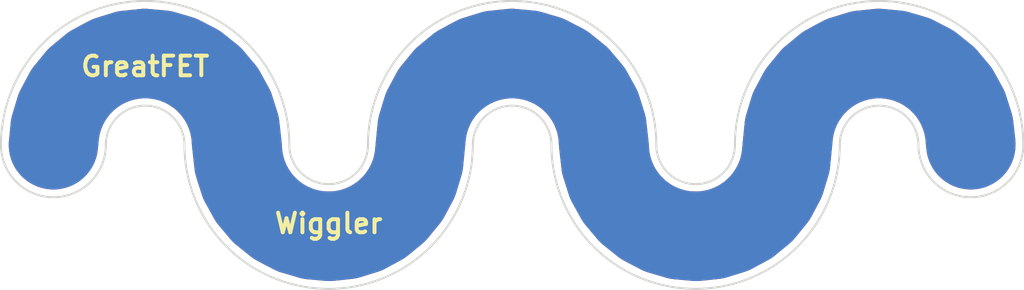
<source format=kicad_pcb>
(kicad_pcb (version 4) (host pcbnew 4.0.6)

  (general
    (links 0)
    (no_connects 0)
    (area 99.924999 88.924999 178.075001 111.075001)
    (thickness 1.6)
    (drawings 19)
    (tracks 0)
    (zones 0)
    (modules 0)
    (nets 1)
  )

  (page A4)
  (layers
    (0 F.Cu signal)
    (31 B.Cu signal)
    (32 B.Adhes user)
    (33 F.Adhes user)
    (34 B.Paste user)
    (35 F.Paste user)
    (36 B.SilkS user)
    (37 F.SilkS user)
    (38 B.Mask user)
    (39 F.Mask user)
    (40 Dwgs.User user)
    (41 Cmts.User user)
    (42 Eco1.User user)
    (43 Eco2.User user)
    (44 Edge.Cuts user)
    (45 Margin user)
    (46 B.CrtYd user)
    (47 F.CrtYd user)
    (48 B.Fab user)
    (49 F.Fab user)
  )

  (setup
    (last_trace_width 0.25)
    (trace_clearance 0.2)
    (zone_clearance 0.5)
    (zone_45_only no)
    (trace_min 0.2)
    (segment_width 0.2)
    (edge_width 0.15)
    (via_size 0.6)
    (via_drill 0.4)
    (via_min_size 0.4)
    (via_min_drill 0.3)
    (uvia_size 0.3)
    (uvia_drill 0.1)
    (uvias_allowed no)
    (uvia_min_size 0.2)
    (uvia_min_drill 0.1)
    (pcb_text_width 0.3)
    (pcb_text_size 1.5 1.5)
    (mod_edge_width 0.15)
    (mod_text_size 1 1)
    (mod_text_width 0.15)
    (pad_size 1.524 1.524)
    (pad_drill 0.762)
    (pad_to_mask_clearance 0.2)
    (aux_axis_origin 0 0)
    (visible_elements FFFFFF7F)
    (pcbplotparams
      (layerselection 0x00030_80000001)
      (usegerberextensions false)
      (excludeedgelayer true)
      (linewidth 0.200000)
      (plotframeref false)
      (viasonmask false)
      (mode 1)
      (useauxorigin false)
      (hpglpennumber 1)
      (hpglpenspeed 20)
      (hpglpendiameter 15)
      (hpglpenoverlay 2)
      (psnegative false)
      (psa4output false)
      (plotreference true)
      (plotvalue true)
      (plotinvisibletext false)
      (padsonsilk false)
      (subtractmaskfromsilk false)
      (outputformat 1)
      (mirror false)
      (drillshape 1)
      (scaleselection 1)
      (outputdirectory ""))
  )

  (net 0 "")

  (net_class Default "This is the default net class."
    (clearance 0.2)
    (trace_width 0.25)
    (via_dia 0.6)
    (via_drill 0.4)
    (uvia_dia 0.3)
    (uvia_drill 0.1)
  )

  (gr_text Wiggler (at 125 106) (layer F.SilkS)
    (effects (font (size 1.5 1.5) (thickness 0.3)))
  )
  (gr_text GreatFET (at 111 94) (layer F.SilkS)
    (effects (font (size 1.5 1.5) (thickness 0.3)))
  )
  (gr_arc (start 167 100) (end 160 100) (angle 180) (layer Cmts.User) (width 0.2))
  (gr_arc (start 153 100) (end 160 100) (angle 180) (layer Cmts.User) (width 0.2))
  (gr_arc (start 139 100) (end 132 100) (angle 180) (layer Cmts.User) (width 0.2))
  (gr_arc (start 125 100) (end 132 100) (angle 180) (layer Cmts.User) (width 0.2))
  (gr_arc (start 111 100) (end 104 100) (angle 180) (layer Cmts.User) (width 0.2))
  (gr_arc (start 174 100) (end 178 100) (angle 180) (layer Edge.Cuts) (width 0.15))
  (gr_arc (start 167 100) (end 156 100) (angle 180) (layer Edge.Cuts) (width 0.15))
  (gr_arc (start 167 100) (end 164 100) (angle 180) (layer Edge.Cuts) (width 0.15))
  (gr_arc (start 153 100) (end 164 100) (angle 180) (layer Edge.Cuts) (width 0.15))
  (gr_arc (start 153 100) (end 156 100) (angle 180) (layer Edge.Cuts) (width 0.15))
  (gr_arc (start 139 100) (end 128 100) (angle 180) (layer Edge.Cuts) (width 0.15))
  (gr_arc (start 139 100) (end 136 100) (angle 180) (layer Edge.Cuts) (width 0.15))
  (gr_arc (start 125 100) (end 136 100) (angle 180) (layer Edge.Cuts) (width 0.15))
  (gr_arc (start 125 100) (end 128 100) (angle 180) (layer Edge.Cuts) (width 0.15))
  (gr_arc (start 111 100) (end 100 100) (angle 180) (layer Edge.Cuts) (width 0.15))
  (gr_arc (start 111 100) (end 108 100) (angle 180) (layer Edge.Cuts) (width 0.15))
  (gr_arc (start 104 100) (end 108 100) (angle 180) (layer Edge.Cuts) (width 0.15))

  (zone (net 0) (net_name "") (layer B.Cu) (tstamp 5A9C1570) (hatch edge 0.508)
    (connect_pads (clearance 0.5))
    (min_thickness 6)
    (fill yes (arc_segments 32) (thermal_gap 0.5) (thermal_bridge_width 8) (smoothing fillet) (radius 0.5))
    (polygon
      (pts
        (xy 100 104) (xy 108 104) (xy 108 100) (xy 114 100) (xy 114 111)
        (xy 136 111) (xy 136 100) (xy 142 100) (xy 142 111) (xy 164 111)
        (xy 164 100) (xy 170 100) (xy 170 104) (xy 178 104) (xy 178 89)
        (xy 156 89) (xy 156 100) (xy 150 100) (xy 150 89) (xy 128 89)
        (xy 128 100) (xy 122 100) (xy 122 89) (xy 100 89)
      )
    )
    (filled_polygon
      (pts
        (xy 168.388097 92.723358) (xy 169.775032 93.131555) (xy 171.056267 93.801369) (xy 172.183006 94.707289) (xy 173.112321 95.814804)
        (xy 173.808822 97.081733) (xy 174.245978 98.459823) (xy 174.412931 99.948245) (xy 174.400089 100.079219) (xy 174.377082 100.155422)
        (xy 174.339713 100.225703) (xy 174.289401 100.287392) (xy 174.228073 100.338127) (xy 174.158048 100.375989) (xy 174.082015 100.399525)
        (xy 174.002848 100.407846) (xy 173.923576 100.400632) (xy 173.847214 100.378157) (xy 173.776673 100.341279) (xy 173.714638 100.291402)
        (xy 173.663473 100.230425) (xy 173.625126 100.160672) (xy 173.601056 100.084796) (xy 173.557646 99.697785) (xy 173.557646 99.609253)
        (xy 173.552428 99.55961) (xy 173.487163 98.977762) (xy 173.419806 98.660873) (xy 173.356861 98.342976) (xy 173.3421 98.295292)
        (xy 173.165062 97.737201) (xy 173.037426 97.439404) (xy 172.913942 97.13981) (xy 172.890201 97.095901) (xy 172.608135 96.582827)
        (xy 172.425071 96.315468) (xy 172.245768 96.045596) (xy 172.21395 96.007135) (xy 172.213947 96.00713) (xy 172.21394 96.007123)
        (xy 171.8376 95.558618) (xy 171.606125 95.331941) (xy 171.377782 95.101998) (xy 171.3391 95.07045) (xy 170.8828 94.703575)
        (xy 170.611699 94.526171) (xy 170.343049 94.344964) (xy 170.298975 94.32153) (xy 169.780105 94.050271) (xy 169.479736 93.928914)
        (xy 169.180976 93.803327) (xy 169.13319 93.7889) (xy 168.571513 93.62359) (xy 168.253252 93.562879) (xy 167.935833 93.497722)
        (xy 167.886155 93.492851) (xy 167.303066 93.439786) (xy 166.979056 93.442048) (xy 166.655045 93.439786) (xy 166.605367 93.444657)
        (xy 166.605365 93.444657) (xy 166.023078 93.505858) (xy 165.705694 93.571007) (xy 165.387392 93.631727) (xy 165.339618 93.646151)
        (xy 165.33961 93.646153) (xy 165.339603 93.646156) (xy 164.780293 93.819292) (xy 164.481616 93.944844) (xy 164.181173 94.066231)
        (xy 164.1371 94.089665) (xy 163.622068 94.368141) (xy 163.353436 94.549335) (xy 163.082311 94.726754) (xy 163.043638 94.758295)
        (xy 163.043633 94.758299) (xy 163.043629 94.758303) (xy 162.592496 95.131513) (xy 162.364193 95.361415) (xy 162.13268 95.588129)
        (xy 162.100863 95.62659) (xy 162.10086 95.626593) (xy 162.100858 95.626597) (xy 161.730811 96.080319) (xy 161.551504 96.350196)
        (xy 161.368438 96.617558) (xy 161.344703 96.661456) (xy 161.344699 96.661462) (xy 161.344697 96.661467) (xy 161.069823 97.178431)
        (xy 160.946362 97.477971) (xy 160.818704 97.775818) (xy 160.803944 97.823502) (xy 160.634717 98.38401) (xy 160.571774 98.701896)
        (xy 160.504415 99.018793) (xy 160.499197 99.068434) (xy 160.499196 99.06844) (xy 160.499196 99.068446) (xy 160.442062 99.651138)
        (xy 160.442062 99.651142) (xy 160.266775 101.438859) (xy 159.848903 102.822916) (xy 159.170162 104.099444) (xy 158.2564 105.219827)
        (xy 157.142421 106.14139) (xy 155.87066 106.82903) (xy 154.489558 107.256552) (xy 153.051717 107.407675) (xy 151.611904 107.276642)
        (xy 150.224968 106.868445) (xy 148.943733 106.198631) (xy 147.816992 105.292708) (xy 146.887679 104.185196) (xy 146.191177 102.918263)
        (xy 145.754022 101.540177) (xy 145.574677 99.941281) (xy 145.574621 99.933192) (xy 145.557646 99.771669) (xy 145.557646 99.609253)
        (xy 145.552428 99.55961) (xy 145.487163 98.977762) (xy 145.419806 98.660873) (xy 145.356861 98.342976) (xy 145.3421 98.295292)
        (xy 145.165062 97.737201) (xy 145.037426 97.439404) (xy 144.913942 97.13981) (xy 144.890201 97.095901) (xy 144.608135 96.582827)
        (xy 144.425071 96.315468) (xy 144.245768 96.045596) (xy 144.21395 96.007135) (xy 144.213947 96.00713) (xy 144.21394 96.007123)
        (xy 143.8376 95.558618) (xy 143.606125 95.331941) (xy 143.377782 95.101998) (xy 143.3391 95.07045) (xy 142.8828 94.703575)
        (xy 142.611699 94.526171) (xy 142.343049 94.344964) (xy 142.298975 94.32153) (xy 141.780105 94.050271) (xy 141.479736 93.928914)
        (xy 141.180976 93.803327) (xy 141.13319 93.7889) (xy 140.571513 93.62359) (xy 140.253252 93.562879) (xy 139.935833 93.497722)
        (xy 139.886155 93.492851) (xy 139.303066 93.439786) (xy 138.979056 93.442048) (xy 138.655045 93.439786) (xy 138.605367 93.444657)
        (xy 138.605365 93.444657) (xy 138.023078 93.505858) (xy 137.705694 93.571007) (xy 137.387392 93.631727) (xy 137.339618 93.646151)
        (xy 137.33961 93.646153) (xy 137.339603 93.646156) (xy 136.780293 93.819292) (xy 136.481616 93.944844) (xy 136.181173 94.066231)
        (xy 136.1371 94.089665) (xy 135.622068 94.368141) (xy 135.353436 94.549335) (xy 135.082311 94.726754) (xy 135.043638 94.758295)
        (xy 135.043633 94.758299) (xy 135.043629 94.758303) (xy 134.592496 95.131513) (xy 134.364193 95.361415) (xy 134.13268 95.588129)
        (xy 134.100863 95.62659) (xy 134.10086 95.626593) (xy 134.100858 95.626597) (xy 133.730811 96.080319) (xy 133.551504 96.350196)
        (xy 133.368438 96.617558) (xy 133.344703 96.661456) (xy 133.344699 96.661462) (xy 133.344697 96.661467) (xy 133.069823 97.178431)
        (xy 132.946362 97.477971) (xy 132.818704 97.775818) (xy 132.803944 97.823502) (xy 132.634717 98.38401) (xy 132.571774 98.701896)
        (xy 132.504415 99.018793) (xy 132.499197 99.068434) (xy 132.499196 99.06844) (xy 132.499196 99.068446) (xy 132.442062 99.651138)
        (xy 132.442062 99.651142) (xy 132.266775 101.438859) (xy 131.848903 102.822916) (xy 131.170162 104.099444) (xy 130.2564 105.219827)
        (xy 129.142421 106.14139) (xy 127.87066 106.82903) (xy 126.489558 107.256552) (xy 125.051717 107.407675) (xy 123.611904 107.276642)
        (xy 122.224968 106.868445) (xy 120.943733 106.198631) (xy 119.816992 105.292708) (xy 118.887679 104.185196) (xy 118.191177 102.918263)
        (xy 117.754022 101.540177) (xy 117.574677 99.941281) (xy 117.574621 99.933192) (xy 117.557646 99.771669) (xy 117.557646 99.609253)
        (xy 117.552428 99.55961) (xy 117.487163 98.977762) (xy 117.419806 98.660873) (xy 117.356861 98.342976) (xy 117.3421 98.295292)
        (xy 117.165062 97.737201) (xy 117.037426 97.439404) (xy 116.913942 97.13981) (xy 116.890201 97.095901) (xy 116.608135 96.582827)
        (xy 116.425071 96.315468) (xy 116.245768 96.045596) (xy 116.21395 96.007135) (xy 116.213947 96.00713) (xy 116.21394 96.007123)
        (xy 115.8376 95.558618) (xy 115.606125 95.331941) (xy 115.377782 95.101998) (xy 115.3391 95.07045) (xy 114.8828 94.703575)
        (xy 114.611699 94.526171) (xy 114.343049 94.344964) (xy 114.298975 94.32153) (xy 113.780105 94.050271) (xy 113.479736 93.928914)
        (xy 113.180976 93.803327) (xy 113.13319 93.7889) (xy 112.571513 93.62359) (xy 112.253252 93.562879) (xy 111.935833 93.497722)
        (xy 111.886155 93.492851) (xy 111.303066 93.439786) (xy 110.979056 93.442048) (xy 110.655045 93.439786) (xy 110.605367 93.444657)
        (xy 110.605365 93.444657) (xy 110.023078 93.505858) (xy 109.705694 93.571007) (xy 109.387392 93.631727) (xy 109.339618 93.646151)
        (xy 109.33961 93.646153) (xy 109.339603 93.646156) (xy 108.780293 93.819292) (xy 108.481616 93.944844) (xy 108.181173 94.066231)
        (xy 108.1371 94.089665) (xy 107.622068 94.368141) (xy 107.353436 94.549335) (xy 107.082311 94.726754) (xy 107.043638 94.758295)
        (xy 107.043633 94.758299) (xy 107.043629 94.758303) (xy 106.592496 95.131513) (xy 106.364193 95.361415) (xy 106.13268 95.588129)
        (xy 106.100863 95.62659) (xy 106.10086 95.626593) (xy 106.100858 95.626597) (xy 105.730811 96.080319) (xy 105.551504 96.350196)
        (xy 105.368438 96.617558) (xy 105.344703 96.661456) (xy 105.344699 96.661462) (xy 105.344697 96.661467) (xy 105.069823 97.178431)
        (xy 104.946362 97.477971) (xy 104.818704 97.775818) (xy 104.803944 97.823502) (xy 104.634717 98.38401) (xy 104.571774 98.701896)
        (xy 104.504415 99.018793) (xy 104.499197 99.068434) (xy 104.499196 99.06844) (xy 104.499196 99.068446) (xy 104.442062 99.651138)
        (xy 104.442062 99.651142) (xy 104.400089 100.079219) (xy 104.377082 100.155422) (xy 104.339713 100.225703) (xy 104.289401 100.287392)
        (xy 104.228073 100.338127) (xy 104.158048 100.375989) (xy 104.082015 100.399525) (xy 104.002848 100.407846) (xy 103.923576 100.400632)
        (xy 103.847214 100.378157) (xy 103.776673 100.341279) (xy 103.714638 100.291402) (xy 103.663473 100.230425) (xy 103.625126 100.160672)
        (xy 103.601056 100.084796) (xy 103.591864 100.002849) (xy 103.733225 98.561141) (xy 104.151097 97.177084) (xy 104.829838 95.900556)
        (xy 105.7436 94.780174) (xy 106.857582 93.858607) (xy 108.12934 93.17097) (xy 109.510442 92.743448) (xy 110.948283 92.592325)
        (xy 112.388097 92.723358) (xy 113.775032 93.131555) (xy 115.056267 93.801369) (xy 116.183006 94.707289) (xy 117.112321 95.814804)
        (xy 117.808822 97.081733) (xy 118.245978 98.459823) (xy 118.425323 100.058719) (xy 118.425379 100.066808) (xy 118.442354 100.228331)
        (xy 118.442354 100.390747) (xy 118.447572 100.44039) (xy 118.512837 101.022238) (xy 118.580194 101.339127) (xy 118.643139 101.657024)
        (xy 118.657901 101.704708) (xy 118.834938 102.262799) (xy 118.962565 102.560575) (xy 119.086057 102.86019) (xy 119.109799 102.904098)
        (xy 119.391865 103.417173) (xy 119.574919 103.684516) (xy 119.754232 103.954404) (xy 119.78605 103.992865) (xy 120.1624 104.441382)
        (xy 120.393855 104.66804) (xy 120.622217 104.898002) (xy 120.6609 104.92955) (xy 121.1172 105.296425) (xy 121.388319 105.473841)
        (xy 121.656952 105.655036) (xy 121.701025 105.67847) (xy 122.219895 105.949729) (xy 122.52029 106.071096) (xy 122.819025 106.196673)
        (xy 122.866811 106.2111) (xy 123.428487 106.37641) (xy 123.746748 106.437121) (xy 124.064167 106.502278) (xy 124.113846 106.507149)
        (xy 124.696934 106.560214) (xy 125.020944 106.557952) (xy 125.344954 106.560214) (xy 125.394632 106.555343) (xy 125.394635 106.555343)
        (xy 125.394638 106.555342) (xy 125.976922 106.494142) (xy 126.294293 106.428995) (xy 126.612609 106.368273) (xy 126.660384 106.353848)
        (xy 126.660389 106.353847) (xy 126.660393 106.353845) (xy 127.219708 106.180708) (xy 127.518409 106.055145) (xy 127.818827 105.933769)
        (xy 127.8629 105.910335) (xy 127.862905 105.910332) (xy 127.862908 105.910331) (xy 127.86291 105.910329) (xy 128.377932 105.631859)
        (xy 128.646564 105.450665) (xy 128.917689 105.273246) (xy 128.956362 105.241705) (xy 128.956367 105.241701) (xy 128.956371 105.241697)
        (xy 129.407504 104.868487) (xy 129.635807 104.638585) (xy 129.86732 104.411871) (xy 129.899132 104.373415) (xy 129.89914 104.373407)
        (xy 129.899146 104.373398) (xy 130.269189 103.919681) (xy 130.448481 103.649827) (xy 130.631562 103.382442) (xy 130.655297 103.338544)
        (xy 130.655301 103.338538) (xy 130.655303 103.338532) (xy 130.930177 102.821569) (xy 131.053638 102.522029) (xy 131.181296 102.224182)
        (xy 131.196056 102.176498) (xy 131.365283 101.61599) (xy 131.428217 101.29815) (xy 131.495585 100.981208) (xy 131.500803 100.931565)
        (xy 131.557938 100.348862) (xy 131.557938 100.348856) (xy 131.733225 98.561141) (xy 132.151097 97.177084) (xy 132.829838 95.900556)
        (xy 133.7436 94.780174) (xy 134.857582 93.858607) (xy 136.12934 93.17097) (xy 137.510442 92.743448) (xy 138.948283 92.592325)
        (xy 140.388097 92.723358) (xy 141.775032 93.131555) (xy 143.056267 93.801369) (xy 144.183006 94.707289) (xy 145.112321 95.814804)
        (xy 145.808822 97.081733) (xy 146.245978 98.459823) (xy 146.425323 100.058719) (xy 146.425379 100.066808) (xy 146.442354 100.228331)
        (xy 146.442354 100.390747) (xy 146.447572 100.44039) (xy 146.512837 101.022238) (xy 146.580194 101.339127) (xy 146.643139 101.657024)
        (xy 146.657901 101.704708) (xy 146.834938 102.262799) (xy 146.962565 102.560575) (xy 147.086057 102.86019) (xy 147.109799 102.904098)
        (xy 147.391865 103.417173) (xy 147.574919 103.684516) (xy 147.754232 103.954404) (xy 147.78605 103.992865) (xy 148.1624 104.441382)
        (xy 148.393855 104.66804) (xy 148.622217 104.898002) (xy 148.6609 104.92955) (xy 149.1172 105.296425) (xy 149.388319 105.473841)
        (xy 149.656952 105.655036) (xy 149.701025 105.67847) (xy 150.219895 105.949729) (xy 150.52029 106.071096) (xy 150.819025 106.196673)
        (xy 150.866811 106.2111) (xy 151.428487 106.37641) (xy 151.746748 106.437121) (xy 152.064167 106.502278) (xy 152.113846 106.507149)
        (xy 152.696934 106.560214) (xy 153.020944 106.557952) (xy 153.344954 106.560214) (xy 153.394632 106.555343) (xy 153.394635 106.555343)
        (xy 153.394638 106.555342) (xy 153.976922 106.494142) (xy 154.294293 106.428995) (xy 154.612609 106.368273) (xy 154.660384 106.353848)
        (xy 154.660389 106.353847) (xy 154.660393 106.353845) (xy 155.219708 106.180708) (xy 155.518409 106.055145) (xy 155.818827 105.933769)
        (xy 155.8629 105.910335) (xy 155.862905 105.910332) (xy 155.862908 105.910331) (xy 155.86291 105.910329) (xy 156.377932 105.631859)
        (xy 156.646564 105.450665) (xy 156.917689 105.273246) (xy 156.956362 105.241705) (xy 156.956367 105.241701) (xy 156.956371 105.241697)
        (xy 157.407504 104.868487) (xy 157.635807 104.638585) (xy 157.86732 104.411871) (xy 157.899132 104.373415) (xy 157.89914 104.373407)
        (xy 157.899146 104.373398) (xy 158.269189 103.919681) (xy 158.448481 103.649827) (xy 158.631562 103.382442) (xy 158.655297 103.338544)
        (xy 158.655301 103.338538) (xy 158.655303 103.338532) (xy 158.930177 102.821569) (xy 159.053638 102.522029) (xy 159.181296 102.224182)
        (xy 159.196056 102.176498) (xy 159.365283 101.61599) (xy 159.428217 101.29815) (xy 159.495585 100.981208) (xy 159.500803 100.931565)
        (xy 159.557938 100.348862) (xy 159.557938 100.348856) (xy 159.733225 98.561141) (xy 160.151097 97.177084) (xy 160.829838 95.900556)
        (xy 161.7436 94.780174) (xy 162.857582 93.858607) (xy 164.12934 93.17097) (xy 165.510442 92.743448) (xy 166.948283 92.592325)
      )
    )
  )
  (zone (net 0) (net_name "") (layer F.Cu) (tstamp 5A9C15DB) (hatch edge 0.508)
    (connect_pads (clearance 0.5))
    (min_thickness 6)
    (fill yes (arc_segments 32) (thermal_gap 0.5) (thermal_bridge_width 8) (smoothing fillet) (radius 0.5))
    (polygon
      (pts
        (xy 100 104) (xy 108 104) (xy 108 100) (xy 114 100) (xy 114 111)
        (xy 136 111) (xy 136 100) (xy 142 100) (xy 142 111) (xy 164 111)
        (xy 164 100) (xy 170 100) (xy 170 104) (xy 178 104) (xy 178 89)
        (xy 156 89) (xy 156 100) (xy 150 100) (xy 150 89) (xy 128 89)
        (xy 128 100) (xy 122 100) (xy 122 89) (xy 100 89)
      )
    )
    (filled_polygon
      (pts
        (xy 168.388097 92.723358) (xy 169.775032 93.131555) (xy 171.056267 93.801369) (xy 172.183006 94.707289) (xy 173.112321 95.814804)
        (xy 173.808822 97.081733) (xy 174.245978 98.459823) (xy 174.412931 99.948245) (xy 174.400089 100.079219) (xy 174.377082 100.155422)
        (xy 174.339713 100.225703) (xy 174.289401 100.287392) (xy 174.228073 100.338127) (xy 174.158048 100.375989) (xy 174.082015 100.399525)
        (xy 174.002848 100.407846) (xy 173.923576 100.400632) (xy 173.847214 100.378157) (xy 173.776673 100.341279) (xy 173.714638 100.291402)
        (xy 173.663473 100.230425) (xy 173.625126 100.160672) (xy 173.601056 100.084796) (xy 173.557646 99.697785) (xy 173.557646 99.609253)
        (xy 173.552428 99.55961) (xy 173.487163 98.977762) (xy 173.419806 98.660873) (xy 173.356861 98.342976) (xy 173.3421 98.295292)
        (xy 173.165062 97.737201) (xy 173.037426 97.439404) (xy 172.913942 97.13981) (xy 172.890201 97.095901) (xy 172.608135 96.582827)
        (xy 172.425071 96.315468) (xy 172.245768 96.045596) (xy 172.21395 96.007135) (xy 172.213947 96.00713) (xy 172.21394 96.007123)
        (xy 171.8376 95.558618) (xy 171.606125 95.331941) (xy 171.377782 95.101998) (xy 171.3391 95.07045) (xy 170.8828 94.703575)
        (xy 170.611699 94.526171) (xy 170.343049 94.344964) (xy 170.298975 94.32153) (xy 169.780105 94.050271) (xy 169.479736 93.928914)
        (xy 169.180976 93.803327) (xy 169.13319 93.7889) (xy 168.571513 93.62359) (xy 168.253252 93.562879) (xy 167.935833 93.497722)
        (xy 167.886155 93.492851) (xy 167.303066 93.439786) (xy 166.979056 93.442048) (xy 166.655045 93.439786) (xy 166.605367 93.444657)
        (xy 166.605365 93.444657) (xy 166.023078 93.505858) (xy 165.705694 93.571007) (xy 165.387392 93.631727) (xy 165.339618 93.646151)
        (xy 165.33961 93.646153) (xy 165.339603 93.646156) (xy 164.780293 93.819292) (xy 164.481616 93.944844) (xy 164.181173 94.066231)
        (xy 164.1371 94.089665) (xy 163.622068 94.368141) (xy 163.353436 94.549335) (xy 163.082311 94.726754) (xy 163.043638 94.758295)
        (xy 163.043633 94.758299) (xy 163.043629 94.758303) (xy 162.592496 95.131513) (xy 162.364193 95.361415) (xy 162.13268 95.588129)
        (xy 162.100863 95.62659) (xy 162.10086 95.626593) (xy 162.100858 95.626597) (xy 161.730811 96.080319) (xy 161.551504 96.350196)
        (xy 161.368438 96.617558) (xy 161.344703 96.661456) (xy 161.344699 96.661462) (xy 161.344697 96.661467) (xy 161.069823 97.178431)
        (xy 160.946362 97.477971) (xy 160.818704 97.775818) (xy 160.803944 97.823502) (xy 160.634717 98.38401) (xy 160.571774 98.701896)
        (xy 160.504415 99.018793) (xy 160.499197 99.068434) (xy 160.499196 99.06844) (xy 160.499196 99.068446) (xy 160.442062 99.651138)
        (xy 160.442062 99.651142) (xy 160.266775 101.438859) (xy 159.848903 102.822916) (xy 159.170162 104.099444) (xy 158.2564 105.219827)
        (xy 157.142421 106.14139) (xy 155.87066 106.82903) (xy 154.489558 107.256552) (xy 153.051717 107.407675) (xy 151.611904 107.276642)
        (xy 150.224968 106.868445) (xy 148.943733 106.198631) (xy 147.816992 105.292708) (xy 146.887679 104.185196) (xy 146.191177 102.918263)
        (xy 145.754022 101.540177) (xy 145.574677 99.941281) (xy 145.574621 99.933192) (xy 145.557646 99.771669) (xy 145.557646 99.609253)
        (xy 145.552428 99.55961) (xy 145.487163 98.977762) (xy 145.419806 98.660873) (xy 145.356861 98.342976) (xy 145.3421 98.295292)
        (xy 145.165062 97.737201) (xy 145.037426 97.439404) (xy 144.913942 97.13981) (xy 144.890201 97.095901) (xy 144.608135 96.582827)
        (xy 144.425071 96.315468) (xy 144.245768 96.045596) (xy 144.21395 96.007135) (xy 144.213947 96.00713) (xy 144.21394 96.007123)
        (xy 143.8376 95.558618) (xy 143.606125 95.331941) (xy 143.377782 95.101998) (xy 143.3391 95.07045) (xy 142.8828 94.703575)
        (xy 142.611699 94.526171) (xy 142.343049 94.344964) (xy 142.298975 94.32153) (xy 141.780105 94.050271) (xy 141.479736 93.928914)
        (xy 141.180976 93.803327) (xy 141.13319 93.7889) (xy 140.571513 93.62359) (xy 140.253252 93.562879) (xy 139.935833 93.497722)
        (xy 139.886155 93.492851) (xy 139.303066 93.439786) (xy 138.979056 93.442048) (xy 138.655045 93.439786) (xy 138.605367 93.444657)
        (xy 138.605365 93.444657) (xy 138.023078 93.505858) (xy 137.705694 93.571007) (xy 137.387392 93.631727) (xy 137.339618 93.646151)
        (xy 137.33961 93.646153) (xy 137.339603 93.646156) (xy 136.780293 93.819292) (xy 136.481616 93.944844) (xy 136.181173 94.066231)
        (xy 136.1371 94.089665) (xy 135.622068 94.368141) (xy 135.353436 94.549335) (xy 135.082311 94.726754) (xy 135.043638 94.758295)
        (xy 135.043633 94.758299) (xy 135.043629 94.758303) (xy 134.592496 95.131513) (xy 134.364193 95.361415) (xy 134.13268 95.588129)
        (xy 134.100863 95.62659) (xy 134.10086 95.626593) (xy 134.100858 95.626597) (xy 133.730811 96.080319) (xy 133.551504 96.350196)
        (xy 133.368438 96.617558) (xy 133.344703 96.661456) (xy 133.344699 96.661462) (xy 133.344697 96.661467) (xy 133.069823 97.178431)
        (xy 132.946362 97.477971) (xy 132.818704 97.775818) (xy 132.803944 97.823502) (xy 132.634717 98.38401) (xy 132.571774 98.701896)
        (xy 132.504415 99.018793) (xy 132.499197 99.068434) (xy 132.499196 99.06844) (xy 132.499196 99.068446) (xy 132.442062 99.651138)
        (xy 132.442062 99.651142) (xy 132.266775 101.438859) (xy 131.848903 102.822916) (xy 131.170162 104.099444) (xy 130.2564 105.219827)
        (xy 129.142421 106.14139) (xy 127.87066 106.82903) (xy 126.489558 107.256552) (xy 125.051717 107.407675) (xy 123.611904 107.276642)
        (xy 122.224968 106.868445) (xy 120.943733 106.198631) (xy 119.816992 105.292708) (xy 118.887679 104.185196) (xy 118.191177 102.918263)
        (xy 117.754022 101.540177) (xy 117.574677 99.941281) (xy 117.574621 99.933192) (xy 117.557646 99.771669) (xy 117.557646 99.609253)
        (xy 117.552428 99.55961) (xy 117.487163 98.977762) (xy 117.419806 98.660873) (xy 117.356861 98.342976) (xy 117.3421 98.295292)
        (xy 117.165062 97.737201) (xy 117.037426 97.439404) (xy 116.913942 97.13981) (xy 116.890201 97.095901) (xy 116.608135 96.582827)
        (xy 116.425071 96.315468) (xy 116.245768 96.045596) (xy 116.21395 96.007135) (xy 116.213947 96.00713) (xy 116.21394 96.007123)
        (xy 115.8376 95.558618) (xy 115.606125 95.331941) (xy 115.377782 95.101998) (xy 115.3391 95.07045) (xy 114.8828 94.703575)
        (xy 114.611699 94.526171) (xy 114.343049 94.344964) (xy 114.298975 94.32153) (xy 113.780105 94.050271) (xy 113.479736 93.928914)
        (xy 113.180976 93.803327) (xy 113.13319 93.7889) (xy 112.571513 93.62359) (xy 112.253252 93.562879) (xy 111.935833 93.497722)
        (xy 111.886155 93.492851) (xy 111.303066 93.439786) (xy 110.979056 93.442048) (xy 110.655045 93.439786) (xy 110.605367 93.444657)
        (xy 110.605365 93.444657) (xy 110.023078 93.505858) (xy 109.705694 93.571007) (xy 109.387392 93.631727) (xy 109.339618 93.646151)
        (xy 109.33961 93.646153) (xy 109.339603 93.646156) (xy 108.780293 93.819292) (xy 108.481616 93.944844) (xy 108.181173 94.066231)
        (xy 108.1371 94.089665) (xy 107.622068 94.368141) (xy 107.353436 94.549335) (xy 107.082311 94.726754) (xy 107.043638 94.758295)
        (xy 107.043633 94.758299) (xy 107.043629 94.758303) (xy 106.592496 95.131513) (xy 106.364193 95.361415) (xy 106.13268 95.588129)
        (xy 106.100863 95.62659) (xy 106.10086 95.626593) (xy 106.100858 95.626597) (xy 105.730811 96.080319) (xy 105.551504 96.350196)
        (xy 105.368438 96.617558) (xy 105.344703 96.661456) (xy 105.344699 96.661462) (xy 105.344697 96.661467) (xy 105.069823 97.178431)
        (xy 104.946362 97.477971) (xy 104.818704 97.775818) (xy 104.803944 97.823502) (xy 104.634717 98.38401) (xy 104.571774 98.701896)
        (xy 104.504415 99.018793) (xy 104.499197 99.068434) (xy 104.499196 99.06844) (xy 104.499196 99.068446) (xy 104.442062 99.651138)
        (xy 104.442062 99.651142) (xy 104.400089 100.079219) (xy 104.377082 100.155422) (xy 104.339713 100.225703) (xy 104.289401 100.287392)
        (xy 104.228073 100.338127) (xy 104.158048 100.375989) (xy 104.082015 100.399525) (xy 104.002848 100.407846) (xy 103.923576 100.400632)
        (xy 103.847214 100.378157) (xy 103.776673 100.341279) (xy 103.714638 100.291402) (xy 103.663473 100.230425) (xy 103.625126 100.160672)
        (xy 103.601056 100.084796) (xy 103.591864 100.002849) (xy 103.733225 98.561141) (xy 104.151097 97.177084) (xy 104.829838 95.900556)
        (xy 105.7436 94.780174) (xy 106.857582 93.858607) (xy 108.12934 93.17097) (xy 109.510442 92.743448) (xy 110.948283 92.592325)
        (xy 112.388097 92.723358) (xy 113.775032 93.131555) (xy 115.056267 93.801369) (xy 116.183006 94.707289) (xy 117.112321 95.814804)
        (xy 117.808822 97.081733) (xy 118.245978 98.459823) (xy 118.425323 100.058719) (xy 118.425379 100.066808) (xy 118.442354 100.228331)
        (xy 118.442354 100.390747) (xy 118.447572 100.44039) (xy 118.512837 101.022238) (xy 118.580194 101.339127) (xy 118.643139 101.657024)
        (xy 118.657901 101.704708) (xy 118.834938 102.262799) (xy 118.962565 102.560575) (xy 119.086057 102.86019) (xy 119.109799 102.904098)
        (xy 119.391865 103.417173) (xy 119.574919 103.684516) (xy 119.754232 103.954404) (xy 119.78605 103.992865) (xy 120.1624 104.441382)
        (xy 120.393855 104.66804) (xy 120.622217 104.898002) (xy 120.6609 104.92955) (xy 121.1172 105.296425) (xy 121.388319 105.473841)
        (xy 121.656952 105.655036) (xy 121.701025 105.67847) (xy 122.219895 105.949729) (xy 122.52029 106.071096) (xy 122.819025 106.196673)
        (xy 122.866811 106.2111) (xy 123.428487 106.37641) (xy 123.746748 106.437121) (xy 124.064167 106.502278) (xy 124.113846 106.507149)
        (xy 124.696934 106.560214) (xy 125.020944 106.557952) (xy 125.344954 106.560214) (xy 125.394632 106.555343) (xy 125.394635 106.555343)
        (xy 125.394638 106.555342) (xy 125.976922 106.494142) (xy 126.294293 106.428995) (xy 126.612609 106.368273) (xy 126.660384 106.353848)
        (xy 126.660389 106.353847) (xy 126.660393 106.353845) (xy 127.219708 106.180708) (xy 127.518409 106.055145) (xy 127.818827 105.933769)
        (xy 127.8629 105.910335) (xy 127.862905 105.910332) (xy 127.862908 105.910331) (xy 127.86291 105.910329) (xy 128.377932 105.631859)
        (xy 128.646564 105.450665) (xy 128.917689 105.273246) (xy 128.956362 105.241705) (xy 128.956367 105.241701) (xy 128.956371 105.241697)
        (xy 129.407504 104.868487) (xy 129.635807 104.638585) (xy 129.86732 104.411871) (xy 129.899132 104.373415) (xy 129.89914 104.373407)
        (xy 129.899146 104.373398) (xy 130.269189 103.919681) (xy 130.448481 103.649827) (xy 130.631562 103.382442) (xy 130.655297 103.338544)
        (xy 130.655301 103.338538) (xy 130.655303 103.338532) (xy 130.930177 102.821569) (xy 131.053638 102.522029) (xy 131.181296 102.224182)
        (xy 131.196056 102.176498) (xy 131.365283 101.61599) (xy 131.428217 101.29815) (xy 131.495585 100.981208) (xy 131.500803 100.931565)
        (xy 131.557938 100.348862) (xy 131.557938 100.348856) (xy 131.733225 98.561141) (xy 132.151097 97.177084) (xy 132.829838 95.900556)
        (xy 133.7436 94.780174) (xy 134.857582 93.858607) (xy 136.12934 93.17097) (xy 137.510442 92.743448) (xy 138.948283 92.592325)
        (xy 140.388097 92.723358) (xy 141.775032 93.131555) (xy 143.056267 93.801369) (xy 144.183006 94.707289) (xy 145.112321 95.814804)
        (xy 145.808822 97.081733) (xy 146.245978 98.459823) (xy 146.425323 100.058719) (xy 146.425379 100.066808) (xy 146.442354 100.228331)
        (xy 146.442354 100.390747) (xy 146.447572 100.44039) (xy 146.512837 101.022238) (xy 146.580194 101.339127) (xy 146.643139 101.657024)
        (xy 146.657901 101.704708) (xy 146.834938 102.262799) (xy 146.962565 102.560575) (xy 147.086057 102.86019) (xy 147.109799 102.904098)
        (xy 147.391865 103.417173) (xy 147.574919 103.684516) (xy 147.754232 103.954404) (xy 147.78605 103.992865) (xy 148.1624 104.441382)
        (xy 148.393855 104.66804) (xy 148.622217 104.898002) (xy 148.6609 104.92955) (xy 149.1172 105.296425) (xy 149.388319 105.473841)
        (xy 149.656952 105.655036) (xy 149.701025 105.67847) (xy 150.219895 105.949729) (xy 150.52029 106.071096) (xy 150.819025 106.196673)
        (xy 150.866811 106.2111) (xy 151.428487 106.37641) (xy 151.746748 106.437121) (xy 152.064167 106.502278) (xy 152.113846 106.507149)
        (xy 152.696934 106.560214) (xy 153.020944 106.557952) (xy 153.344954 106.560214) (xy 153.394632 106.555343) (xy 153.394635 106.555343)
        (xy 153.394638 106.555342) (xy 153.976922 106.494142) (xy 154.294293 106.428995) (xy 154.612609 106.368273) (xy 154.660384 106.353848)
        (xy 154.660389 106.353847) (xy 154.660393 106.353845) (xy 155.219708 106.180708) (xy 155.518409 106.055145) (xy 155.818827 105.933769)
        (xy 155.8629 105.910335) (xy 155.862905 105.910332) (xy 155.862908 105.910331) (xy 155.86291 105.910329) (xy 156.377932 105.631859)
        (xy 156.646564 105.450665) (xy 156.917689 105.273246) (xy 156.956362 105.241705) (xy 156.956367 105.241701) (xy 156.956371 105.241697)
        (xy 157.407504 104.868487) (xy 157.635807 104.638585) (xy 157.86732 104.411871) (xy 157.899132 104.373415) (xy 157.89914 104.373407)
        (xy 157.899146 104.373398) (xy 158.269189 103.919681) (xy 158.448481 103.649827) (xy 158.631562 103.382442) (xy 158.655297 103.338544)
        (xy 158.655301 103.338538) (xy 158.655303 103.338532) (xy 158.930177 102.821569) (xy 159.053638 102.522029) (xy 159.181296 102.224182)
        (xy 159.196056 102.176498) (xy 159.365283 101.61599) (xy 159.428217 101.29815) (xy 159.495585 100.981208) (xy 159.500803 100.931565)
        (xy 159.557938 100.348862) (xy 159.557938 100.348856) (xy 159.733225 98.561141) (xy 160.151097 97.177084) (xy 160.829838 95.900556)
        (xy 161.7436 94.780174) (xy 162.857582 93.858607) (xy 164.12934 93.17097) (xy 165.510442 92.743448) (xy 166.948283 92.592325)
      )
    )
  )
)

</source>
